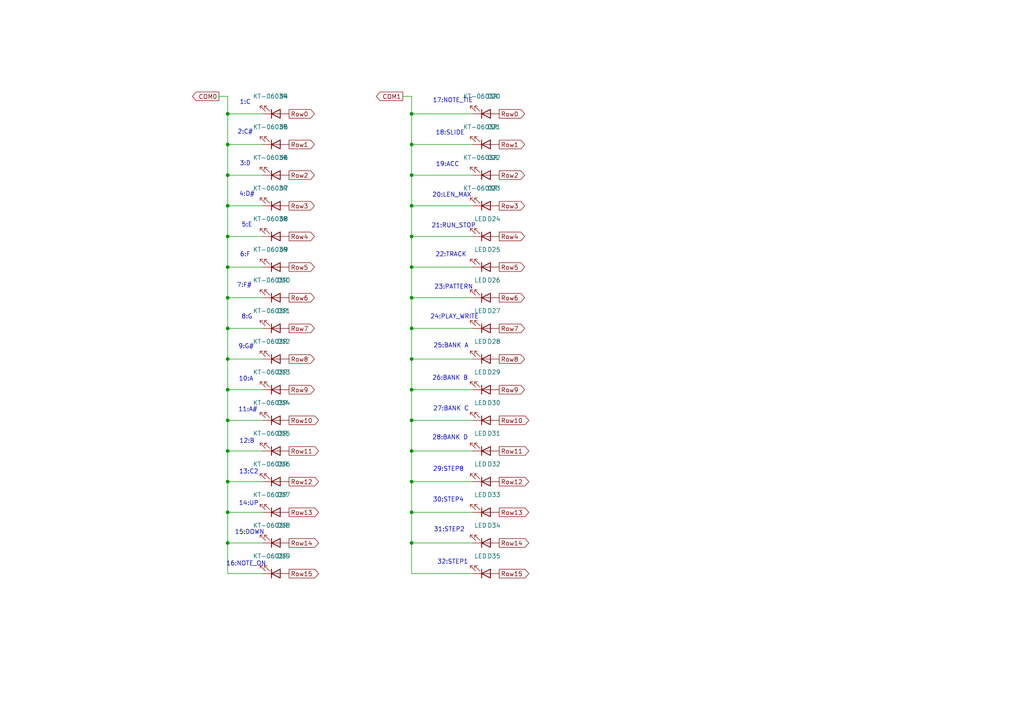
<source format=kicad_sch>
(kicad_sch (version 20231120) (generator "eeschema") (generator_version "8.0")
  (paper "A4")
  (lib_symbols
    (symbol "Device:LED" (pin_numbers hide) (pin_names (offset 1.016) hide)
      (property "Reference" "D" (at 0 2.54 0))
      (property "Value" "LED" (at 0 -2.54 0))
      (symbol "LED_0_1"
        (polyline (pts (xy -1.27 -1.27) (xy -1.27 1.27)) (stroke (width 0.254)))
        (polyline (pts (xy -1.27 0) (xy 1.27 0)))
        (polyline (pts (xy 1.27 -1.27) (xy 1.27 1.27) (xy -1.27 0) (xy 1.27 -1.27)) (stroke (width 0.254)))
        (polyline (pts (xy -3.048 -0.762) (xy -4.572 -2.286) (xy -3.81 -2.286) (xy -4.572 -2.286) (xy -4.572 -1.524)))
        (polyline (pts (xy -1.778 -0.762) (xy -3.302 -2.286) (xy -2.54 -2.286) (xy -3.302 -2.286) (xy -3.302 -1.524)))
      )
      (symbol "LED_1_1"
        (pin passive line (at -3.81 0 0) (length 2.54) (name "K") (number "1"))
        (pin passive line (at 3.81 0 180) (length 2.54) (name "A") (number "2"))
      )
    )
  )
  (junction (at 66.04 148.59))
  (junction (at 119.38 157.48))
  (junction (at 119.38 139.7))
  (junction (at 119.38 104.14))
  (junction (at 119.38 33.02))
  (junction (at 66.04 95.25))
  (junction (at 119.38 113.03))
  (junction (at 119.38 148.59))
  (junction (at 66.04 77.47))
  (junction (at 66.04 33.02))
  (junction (at 119.38 77.47))
  (junction (at 119.38 41.91))
  (junction (at 66.04 104.14))
  (junction (at 119.38 121.92))
  (junction (at 119.38 50.8))
  (junction (at 66.04 50.8))
  (junction (at 119.38 95.25))
  (junction (at 66.04 139.7))
  (junction (at 66.04 41.91))
  (junction (at 66.04 157.48))
  (junction (at 119.38 68.58))
  (junction (at 66.04 113.03))
  (junction (at 119.38 59.69))
  (junction (at 119.38 130.81))
  (junction (at 66.04 68.58))
  (junction (at 66.04 121.92))
  (junction (at 119.38 86.36))
  (junction (at 66.04 130.81))
  (junction (at 66.04 86.36))
  (junction (at 66.04 59.69))
  (wire (pts (xy 119.38 148.59) (xy 119.38 157.48)))
  (wire (pts (xy 119.38 121.92) (xy 137.16 121.92)))
  (wire (pts (xy 119.38 68.58) (xy 119.38 77.47)))
  (wire (pts (xy 119.38 41.91) (xy 119.38 50.8)))
  (wire (pts (xy 63.5 27.94) (xy 66.04 27.94)))
  (wire (pts (xy 119.38 139.7) (xy 119.38 148.59)))
  (wire (pts (xy 119.38 121.92) (xy 119.38 130.81)))
  (wire (pts (xy 66.04 148.59) (xy 66.04 157.48)))
  (wire (pts (xy 119.38 113.03) (xy 119.38 121.92)))
  (wire (pts (xy 76.2 121.92) (xy 66.04 121.92)))
  (wire (pts (xy 119.38 95.25) (xy 119.38 104.14)))
  (wire (pts (xy 119.38 139.7) (xy 137.16 139.7)))
  (wire (pts (xy 66.04 41.91) (xy 66.04 50.8)))
  (wire (pts (xy 76.2 157.48) (xy 66.04 157.48)))
  (wire (pts (xy 119.38 166.37) (xy 137.16 166.37)))
  (wire (pts (xy 66.04 113.03) (xy 66.04 121.92)))
  (wire (pts (xy 76.2 148.59) (xy 66.04 148.59)))
  (wire (pts (xy 119.38 59.69) (xy 119.38 68.58)))
  (wire (pts (xy 119.38 95.25) (xy 137.16 95.25)))
  (wire (pts (xy 76.2 104.14) (xy 66.04 104.14)))
  (wire (pts (xy 66.04 77.47) (xy 66.04 86.36)))
  (wire (pts (xy 66.04 121.92) (xy 66.04 130.81)))
  (wire (pts (xy 66.04 130.81) (xy 66.04 139.7)))
  (wire (pts (xy 119.38 113.03) (xy 137.16 113.03)))
  (wire (pts (xy 76.2 95.25) (xy 66.04 95.25)))
  (wire (pts (xy 66.04 86.36) (xy 66.04 95.25)))
  (wire (pts (xy 119.38 130.81) (xy 119.38 139.7)))
  (wire (pts (xy 76.2 130.81) (xy 66.04 130.81)))
  (wire (pts (xy 76.2 50.8) (xy 66.04 50.8)))
  (wire (pts (xy 119.38 27.94) (xy 119.38 33.02)))
  (wire (pts (xy 76.2 113.03) (xy 66.04 113.03)))
  (wire (pts (xy 119.38 33.02) (xy 119.38 41.91)))
  (wire (pts (xy 119.38 130.81) (xy 137.16 130.81)))
  (wire (pts (xy 66.04 157.48) (xy 66.04 166.37)))
  (wire (pts (xy 66.04 50.8) (xy 66.04 59.69)))
  (wire (pts (xy 119.38 86.36) (xy 137.16 86.36)))
  (wire (pts (xy 76.2 86.36) (xy 66.04 86.36)))
  (wire (pts (xy 66.04 59.69) (xy 66.04 68.58)))
  (wire (pts (xy 119.38 157.48) (xy 119.38 166.37)))
  (wire (pts (xy 119.38 50.8) (xy 119.38 59.69)))
  (wire (pts (xy 76.2 41.91) (xy 66.04 41.91)))
  (wire (pts (xy 76.2 139.7) (xy 66.04 139.7)))
  (wire (pts (xy 119.38 33.02) (xy 137.16 33.02)))
  (wire (pts (xy 76.2 33.02) (xy 66.04 33.02)))
  (wire (pts (xy 119.38 41.91) (xy 137.16 41.91)))
  (wire (pts (xy 119.38 157.48) (xy 137.16 157.48)))
  (wire (pts (xy 76.2 77.47) (xy 66.04 77.47)))
  (wire (pts (xy 119.38 77.47) (xy 137.16 77.47)))
  (wire (pts (xy 119.38 59.69) (xy 137.16 59.69)))
  (wire (pts (xy 76.2 59.69) (xy 66.04 59.69)))
  (wire (pts (xy 119.38 104.14) (xy 137.16 104.14)))
  (wire (pts (xy 119.38 77.47) (xy 119.38 86.36)))
  (wire (pts (xy 119.38 68.58) (xy 137.16 68.58)))
  (wire (pts (xy 66.04 27.94) (xy 66.04 33.02)))
  (wire (pts (xy 119.38 148.59) (xy 137.16 148.59)))
  (wire (pts (xy 66.04 95.25) (xy 66.04 104.14)))
  (wire (pts (xy 119.38 86.36) (xy 119.38 95.25)))
  (wire (pts (xy 119.38 50.8) (xy 137.16 50.8)))
  (wire (pts (xy 119.38 104.14) (xy 119.38 113.03)))
  (wire (pts (xy 66.04 104.14) (xy 66.04 113.03)))
  (wire (pts (xy 76.2 68.58) (xy 66.04 68.58)))
  (wire (pts (xy 76.2 166.37) (xy 66.04 166.37)))
  (wire (pts (xy 66.04 33.02) (xy 66.04 41.91)))
  (wire (pts (xy 66.04 139.7) (xy 66.04 148.59)))
  (wire (pts (xy 116.84 27.94) (xy 119.38 27.94)))
  (wire (pts (xy 66.04 68.58) (xy 66.04 77.47)))
  (text "14:UP" (at 72.136 146.05 0) (effects (font (size 1.27 1.27))))
  (text "18:SLIDE" (at 130.556 38.608 0) (effects (font (size 1.27 1.27))))
  (text "31:STEP2" (at 130.302 153.67 0) (effects (font (size 1.27 1.27))))
  (text "3:D" (at 71.12 47.498 0) (effects (font (size 1.27 1.27))))
  (text "28:BANK D" (at 130.556 127 0) (effects (font (size 1.27 1.27))))
  (text "13:C2" (at 72.136 136.906 0) (effects (font (size 1.27 1.27))))
  (text "32:STEP1" (at 131.318 163.068 0) (effects (font (size 1.27 1.27))))
  (text "21:RUN_STOP" (at 131.572 65.532 0) (effects (font (size 1.27 1.27))))
  (text "25:BANK A" (at 130.81 100.33 0) (effects (font (size 1.27 1.27))))
  (text "6:F\n" (at 71.12 73.914 0) (effects (font (size 1.27 1.27))))
  (text "15:DOWN" (at 72.39 154.432 0) (effects (font (size 1.27 1.27))))
  (text "30:STEP4" (at 130.048 145.034 0) (effects (font (size 1.27 1.27))))
  (text "22:TRACK" (at 130.81 73.914 0) (effects (font (size 1.27 1.27))))
  (text "11:A#" (at 71.882 118.872 0) (effects (font (size 1.27 1.27))))
  (text "5:E" (at 71.628 65.278 0) (effects (font (size 1.27 1.27))))
  (text "19:ACC" (at 129.794 47.752 0) (effects (font (size 1.27 1.27))))
  (text "17:NOTE_TIE" (at 131.318 29.21 0) (effects (font (size 1.27 1.27))))
  (text "20:LEN_MAX" (at 131.064 56.642 0) (effects (font (size 1.27 1.27))))
  (text "10:A" (at 71.374 109.982 0) (effects (font (size 1.27 1.27))))
  (text "29:STEP8" (at 130.048 136.144 0) (effects (font (size 1.27 1.27))))
  (text "12:B" (at 71.628 128.016 0) (effects (font (size 1.27 1.27))))
  (text "8:G" (at 71.628 91.948 0) (effects (font (size 1.27 1.27))))
  (text "4:D#" (at 71.628 56.388 0) (effects (font (size 1.27 1.27))))
  (text "26:BANK B" (at 130.556 109.728 0) (effects (font (size 1.27 1.27))))
  (text "9:G#" (at 71.374 100.584 0) (effects (font (size 1.27 1.27))))
  (text "2:C#" (at 71.12 38.354 0) (effects (font (size 1.27 1.27))))
  (text "1:C" (at 71.12 29.718 0) (effects (font (size 1.27 1.27))))
  (text "7:F#\n" (at 70.866 82.804 0) (effects (font (size 1.27 1.27))))
  (text "27:BANK C" (at 130.81 118.618 0) (effects (font (size 1.27 1.27))))
  (text "16:NOTE_ON" (at 71.374 163.576 0) (effects (font (size 1.27 1.27))))
  (text "24:PLAY_WRITE" (at 131.826 91.948 0) (effects (font (size 1.27 1.27))))
  (text "23:PATTERN" (at 131.572 83.312 0) (effects (font (size 1.27 1.27))))
  (global_label "Row0" (shape output) (at 83.82 33.02 0) (property "Intersheetrefs" "${INTERSHEET_REFS}" (effects (hide yes))))
  (global_label "Row2" (shape output) (at 144.78 50.8 0) (property "Intersheetrefs" "${INTERSHEET_REFS}" (effects (hide yes))))
  (global_label "Row2" (shape output) (at 83.82 50.8 0) (property "Intersheetrefs" "${INTERSHEET_REFS}" (effects (hide yes))))
  (global_label "Row3" (shape output) (at 144.78 59.69 0) (property "Intersheetrefs" "${INTERSHEET_REFS}" (effects (hide yes))))
  (global_label "Row5" (shape output) (at 83.82 77.47 0) (property "Intersheetrefs" "${INTERSHEET_REFS}" (effects (hide yes))))
  (global_label "Row6" (shape output) (at 83.82 86.36 0) (property "Intersheetrefs" "${INTERSHEET_REFS}" (effects (hide yes))))
  (global_label "Row14" (shape output) (at 144.78 157.48 0) (property "Intersheetrefs" "${INTERSHEET_REFS}" (effects (hide yes))))
  (global_label "Row8" (shape output) (at 83.82 104.14 0) (property "Intersheetrefs" "${INTERSHEET_REFS}" (effects (hide yes))))
  (global_label "Row7" (shape output) (at 83.82 95.25 0) (property "Intersheetrefs" "${INTERSHEET_REFS}" (effects (hide yes))))
  (global_label "Row13" (shape output) (at 83.82 148.59 0) (property "Intersheetrefs" "${INTERSHEET_REFS}" (effects (hide yes))))
  (global_label "Row1" (shape output) (at 144.78 41.91 0) (property "Intersheetrefs" "${INTERSHEET_REFS}" (effects (hide yes))))
  (global_label "Row11" (shape output) (at 83.82 130.81 0) (property "Intersheetrefs" "${INTERSHEET_REFS}" (effects (hide yes))))
  (global_label "Row9" (shape output) (at 144.78 113.03 0) (property "Intersheetrefs" "${INTERSHEET_REFS}" (effects (hide yes))))
  (global_label "Row14" (shape output) (at 83.82 157.48 0) (property "Intersheetrefs" "${INTERSHEET_REFS}" (effects (hide yes))))
  (global_label "Row7" (shape output) (at 144.78 95.25 0) (property "Intersheetrefs" "${INTERSHEET_REFS}" (effects (hide yes))))
  (global_label "Row0" (shape output) (at 144.78 33.02 0) (property "Intersheetrefs" "${INTERSHEET_REFS}" (effects (hide yes))))
  (global_label "Row15" (shape output) (at 83.82 166.37 0) (property "Intersheetrefs" "${INTERSHEET_REFS}" (effects (hide yes))))
  (global_label "Row10" (shape output) (at 83.82 121.92 0) (property "Intersheetrefs" "${INTERSHEET_REFS}" (effects (hide yes))))
  (global_label "Row9" (shape output) (at 83.82 113.03 0) (property "Intersheetrefs" "${INTERSHEET_REFS}" (effects (hide yes))))
  (global_label "Row12" (shape output) (at 144.78 139.7 0) (property "Intersheetrefs" "${INTERSHEET_REFS}" (effects (hide yes))))
  (global_label "COM1" (shape output) (at 116.84 27.94 180) (property "Intersheetrefs" "${INTERSHEET_REFS}" (effects (hide yes))))
  (global_label "Row6" (shape output) (at 144.78 86.36 0) (property "Intersheetrefs" "${INTERSHEET_REFS}" (effects (hide yes))))
  (global_label "Row15" (shape output) (at 144.78 166.37 0) (property "Intersheetrefs" "${INTERSHEET_REFS}" (effects (hide yes))))
  (global_label "Row4" (shape output) (at 83.82 68.58 0) (property "Intersheetrefs" "${INTERSHEET_REFS}" (effects (hide yes))))
  (global_label "Row8" (shape output) (at 144.78 104.14 0) (property "Intersheetrefs" "${INTERSHEET_REFS}" (effects (hide yes))))
  (global_label "Row10" (shape output) (at 144.78 121.92 0) (property "Intersheetrefs" "${INTERSHEET_REFS}" (effects (hide yes))))
  (global_label "Row11" (shape output) (at 144.78 130.81 0) (property "Intersheetrefs" "${INTERSHEET_REFS}" (effects (hide yes))))
  (global_label "Row5" (shape output) (at 144.78 77.47 0) (property "Intersheetrefs" "${INTERSHEET_REFS}" (effects (hide yes))))
  (global_label "Row1" (shape output) (at 83.82 41.91 0) (property "Intersheetrefs" "${INTERSHEET_REFS}" (effects (hide yes))))
  (global_label "Row12" (shape output) (at 83.82 139.7 0) (property "Intersheetrefs" "${INTERSHEET_REFS}" (effects (hide yes))))
  (global_label "Row3" (shape output) (at 83.82 59.69 0) (property "Intersheetrefs" "${INTERSHEET_REFS}" (effects (hide yes))))
  (global_label "Row13" (shape output) (at 144.78 148.59 0) (property "Intersheetrefs" "${INTERSHEET_REFS}" (effects (hide yes))))
  (global_label "Row4" (shape output) (at 144.78 68.58 0) (property "Intersheetrefs" "${INTERSHEET_REFS}" (effects (hide yes))))
  (global_label "COM0" (shape output) (at 63.5 27.94 180) (property "Intersheetrefs" "${INTERSHEET_REFS}" (effects (hide yes))))
  (symbol (lib_id "Device:LED") (at 140.97 104.14 0) (mirror x) (unit 1)
    (property "Reference" "D28" (at 143.256 99.06 0))
    (property "Value" "LED" (at 139.3825 99.06 0))
    (property "Footprint" "LED_SMD:LED_0603_1608Metric_Pad1.05x0.95mm_HandSolder" (effects (hide yes)))
    (property "Description" "Light emitting diode" (effects (hide yes)))
  )
  (symbol (lib_id "Device:LED") (at 80.01 139.7 0) (mirror x) (unit 1)
    (property "Reference" "D16" (at 82.296 134.62 0))
    (property "Value" "KT-0603R" (at 78.4225 134.62 0))
    (property "Footprint" "LED_SMD:LED_0603_1608Metric_Pad1.05x0.95mm_HandSolder" (effects (hide yes)))
    (property "Description" "Light emitting diode" (effects (hide yes)))
  )
  (symbol (lib_id "Device:LED") (at 140.97 148.59 0) (mirror x) (unit 1)
    (property "Reference" "D33" (at 143.256 143.51 0))
    (property "Value" "LED" (at 139.3825 143.51 0))
    (property "Footprint" "LED_SMD:LED_0603_1608Metric_Pad1.05x0.95mm_HandSolder" (effects (hide yes)))
    (property "Description" "Light emitting diode" (effects (hide yes)))
  )
  (symbol (lib_id "Device:LED") (at 80.01 166.37 0) (mirror x) (unit 1)
    (property "Reference" "D19" (at 82.296 161.29 0))
    (property "Value" "KT-0603R" (at 78.4225 161.29 0))
    (property "Footprint" "LED_SMD:LED_0603_1608Metric_Pad1.05x0.95mm_HandSolder" (effects (hide yes)))
    (property "Description" "Light emitting diode" (effects (hide yes)))
  )
  (symbol (lib_id "Device:LED") (at 80.01 157.48 0) (mirror x) (unit 1)
    (property "Reference" "D18" (at 82.296 152.4 0))
    (property "Value" "KT-0603R" (at 78.4225 152.4 0))
    (property "Footprint" "LED_SMD:LED_0603_1608Metric_Pad1.05x0.95mm_HandSolder" (effects (hide yes)))
    (property "Description" "Light emitting diode" (effects (hide yes)))
  )
  (symbol (lib_id "Device:LED") (at 80.01 113.03 0) (mirror x) (unit 1)
    (property "Reference" "D13" (at 82.296 107.95 0))
    (property "Value" "KT-0603R" (at 78.4225 107.95 0))
    (property "Footprint" "LED_SMD:LED_0603_1608Metric_Pad1.05x0.95mm_HandSolder" (effects (hide yes)))
    (property "Description" "Light emitting diode" (effects (hide yes)))
  )
  (symbol (lib_id "Device:LED") (at 140.97 59.69 0) (mirror x) (unit 1)
    (property "Reference" "D23" (at 143.256 54.61 0))
    (property "Value" "KT-0603R" (at 139.3825 54.61 0))
    (property "Footprint" "LED_SMD:LED_0603_1608Metric_Pad1.05x0.95mm_HandSolder" (effects (hide yes)))
    (property "Description" "Light emitting diode" (effects (hide yes)))
  )
  (symbol (lib_id "Device:LED") (at 140.97 157.48 0) (mirror x) (unit 1)
    (property "Reference" "D34" (at 143.256 152.4 0))
    (property "Value" "LED" (at 139.3825 152.4 0))
    (property "Footprint" "LED_SMD:LED_0603_1608Metric_Pad1.05x0.95mm_HandSolder" (effects (hide yes)))
    (property "Description" "Light emitting diode" (effects (hide yes)))
  )
  (symbol (lib_id "Device:LED") (at 140.97 130.81 0) (mirror x) (unit 1)
    (property "Reference" "D31" (at 143.256 125.73 0))
    (property "Value" "LED" (at 139.3825 125.73 0))
    (property "Footprint" "LED_SMD:LED_0603_1608Metric_Pad1.05x0.95mm_HandSolder" (effects (hide yes)))
    (property "Description" "Light emitting diode" (effects (hide yes)))
  )
  (symbol (lib_id "Device:LED") (at 80.01 104.14 0) (mirror x) (unit 1)
    (property "Reference" "D12" (at 82.296 99.06 0))
    (property "Value" "KT-0603R" (at 78.4225 99.06 0))
    (property "Footprint" "LED_SMD:LED_0603_1608Metric_Pad1.05x0.95mm_HandSolder" (effects (hide yes)))
    (property "Description" "Light emitting diode" (effects (hide yes)))
  )
  (symbol (lib_id "Device:LED") (at 140.97 113.03 0) (mirror x) (unit 1)
    (property "Reference" "D29" (at 143.256 107.95 0))
    (property "Value" "LED" (at 139.3825 107.95 0))
    (property "Footprint" "LED_SMD:LED_0603_1608Metric_Pad1.05x0.95mm_HandSolder" (effects (hide yes)))
    (property "Description" "Light emitting diode" (effects (hide yes)))
  )
  (symbol (lib_id "Device:LED") (at 80.01 41.91 0) (mirror x) (unit 1)
    (property "Reference" "D5" (at 82.296 36.83 0))
    (property "Value" "KT-0603R" (at 78.4225 36.83 0))
    (property "Footprint" "LED_SMD:LED_0603_1608Metric_Pad1.05x0.95mm_HandSolder" (effects (hide yes)))
    (property "Description" "Light emitting diode" (effects (hide yes)))
  )
  (symbol (lib_id "Device:LED") (at 80.01 68.58 0) (mirror x) (unit 1)
    (property "Reference" "D8" (at 82.296 63.5 0))
    (property "Value" "KT-0603R" (at 78.4225 63.5 0))
    (property "Footprint" "LED_SMD:LED_0603_1608Metric_Pad1.05x0.95mm_HandSolder" (effects (hide yes)))
    (property "Description" "Light emitting diode" (effects (hide yes)))
  )
  (symbol (lib_id "Device:LED") (at 80.01 95.25 0) (mirror x) (unit 1)
    (property "Reference" "D11" (at 82.296 90.17 0))
    (property "Value" "KT-0603R" (at 78.4225 90.17 0))
    (property "Footprint" "LED_SMD:LED_0603_1608Metric_Pad1.05x0.95mm_HandSolder" (effects (hide yes)))
    (property "Description" "Light emitting diode" (effects (hide yes)))
  )
  (symbol (lib_id "Device:LED") (at 140.97 86.36 0) (mirror x) (unit 1)
    (property "Reference" "D26" (at 143.256 81.28 0))
    (property "Value" "LED" (at 139.3825 81.28 0))
    (property "Footprint" "LED_SMD:LED_0603_1608Metric_Pad1.05x0.95mm_HandSolder" (effects (hide yes)))
    (property "Description" "Light emitting diode" (effects (hide yes)))
  )
  (symbol (lib_id "Device:LED") (at 80.01 86.36 0) (mirror x) (unit 1)
    (property "Reference" "D10" (at 82.296 81.28 0))
    (property "Value" "KT-0603R" (at 78.4225 81.28 0))
    (property "Footprint" "LED_SMD:LED_0603_1608Metric_Pad1.05x0.95mm_HandSolder" (effects (hide yes)))
    (property "Description" "Light emitting diode" (effects (hide yes)))
  )
  (symbol (lib_id "Device:LED") (at 140.97 68.58 0) (mirror x) (unit 1)
    (property "Reference" "D24" (at 143.256 63.5 0))
    (property "Value" "LED" (at 139.3825 63.5 0))
    (property "Footprint" "LED_SMD:LED_0603_1608Metric_Pad1.05x0.95mm_HandSolder" (effects (hide yes)))
    (property "Description" "Light emitting diode" (effects (hide yes)))
  )
  (symbol (lib_id "Device:LED") (at 140.97 50.8 0) (mirror x) (unit 1)
    (property "Reference" "D22" (at 143.256 45.72 0))
    (property "Value" "KT-0603R" (at 139.3825 45.72 0))
    (property "Footprint" "LED_SMD:LED_0603_1608Metric_Pad1.05x0.95mm_HandSolder" (effects (hide yes)))
    (property "Description" "Light emitting diode" (effects (hide yes)))
  )
  (symbol (lib_id "Device:LED") (at 140.97 166.37 0) (mirror x) (unit 1)
    (property "Reference" "D35" (at 143.256 161.29 0))
    (property "Value" "LED" (at 139.3825 161.29 0))
    (property "Footprint" "LED_SMD:LED_0603_1608Metric_Pad1.05x0.95mm_HandSolder" (effects (hide yes)))
    (property "Description" "Light emitting diode" (effects (hide yes)))
  )
  (symbol (lib_id "Device:LED") (at 80.01 148.59 0) (mirror x) (unit 1)
    (property "Reference" "D17" (at 82.296 143.51 0))
    (property "Value" "KT-0603R" (at 78.4225 143.51 0))
    (property "Footprint" "LED_SMD:LED_0603_1608Metric_Pad1.05x0.95mm_HandSolder" (effects (hide yes)))
    (property "Description" "Light emitting diode" (effects (hide yes)))
  )
  (symbol (lib_id "Device:LED") (at 80.01 33.02 0) (mirror x) (unit 1)
    (property "Reference" "D4" (at 82.296 27.94 0))
    (property "Value" "KT-0603R" (at 78.4225 27.94 0))
    (property "Footprint" "LED_SMD:LED_0603_1608Metric_Pad1.05x0.95mm_HandSolder" (effects (hide yes)))
    (property "Description" "Light emitting diode" (effects (hide yes)))
  )
  (symbol (lib_id "Device:LED") (at 140.97 121.92 0) (mirror x) (unit 1)
    (property "Reference" "D30" (at 143.256 116.84 0))
    (property "Value" "LED" (at 139.3825 116.84 0))
    (property "Footprint" "LED_SMD:LED_0603_1608Metric_Pad1.05x0.95mm_HandSolder" (effects (hide yes)))
    (property "Description" "Light emitting diode" (effects (hide yes)))
  )
  (symbol (lib_id "Device:LED") (at 80.01 59.69 0) (mirror x) (unit 1)
    (property "Reference" "D7" (at 82.296 54.61 0))
    (property "Value" "KT-0603R" (at 78.4225 54.61 0))
    (property "Footprint" "LED_SMD:LED_0603_1608Metric_Pad1.05x0.95mm_HandSolder" (effects (hide yes)))
    (property "Description" "Light emitting diode" (effects (hide yes)))
  )
  (symbol (lib_id "Device:LED") (at 140.97 77.47 0) (mirror x) (unit 1)
    (property "Reference" "D25" (at 143.256 72.39 0))
    (property "Value" "LED" (at 139.3825 72.39 0))
    (property "Footprint" "LED_SMD:LED_0603_1608Metric_Pad1.05x0.95mm_HandSolder" (effects (hide yes)))
    (property "Description" "Light emitting diode" (effects (hide yes)))
  )
  (symbol (lib_id "Device:LED") (at 80.01 130.81 0) (mirror x) (unit 1)
    (property "Reference" "D15" (at 82.296 125.73 0))
    (property "Value" "KT-0603R" (at 78.4225 125.73 0))
    (property "Footprint" "LED_SMD:LED_0603_1608Metric_Pad1.05x0.95mm_HandSolder" (effects (hide yes)))
    (property "Description" "Light emitting diode" (effects (hide yes)))
  )
  (symbol (lib_id "Device:LED") (at 140.97 95.25 0) (mirror x) (unit 1)
    (property "Reference" "D27" (at 143.256 90.17 0))
    (property "Value" "LED" (at 139.3825 90.17 0))
    (property "Footprint" "LED_SMD:LED_0603_1608Metric_Pad1.05x0.95mm_HandSolder" (effects (hide yes)))
    (property "Description" "Light emitting diode" (effects (hide yes)))
  )
  (symbol (lib_id "Device:LED") (at 80.01 121.92 0) (mirror x) (unit 1)
    (property "Reference" "D14" (at 82.296 116.84 0))
    (property "Value" "KT-0603R" (at 78.4225 116.84 0))
    (property "Footprint" "LED_SMD:LED_0603_1608Metric_Pad1.05x0.95mm_HandSolder" (effects (hide yes)))
    (property "Description" "Light emitting diode" (effects (hide yes)))
  )
  (symbol (lib_id "Device:LED") (at 140.97 139.7 0) (mirror x) (unit 1)
    (property "Reference" "D32" (at 143.256 134.62 0))
    (property "Value" "LED" (at 139.3825 134.62 0))
    (property "Footprint" "LED_SMD:LED_0603_1608Metric_Pad1.05x0.95mm_HandSolder" (effects (hide yes)))
    (property "Description" "Light emitting diode" (effects (hide yes)))
  )
  (symbol (lib_id "Device:LED") (at 80.01 50.8 0) (mirror x) (unit 1)
    (property "Reference" "D6" (at 82.296 45.72 0))
    (property "Value" "KT-0603R" (at 78.4225 45.72 0))
    (property "Footprint" "LED_SMD:LED_0603_1608Metric_Pad1.05x0.95mm_HandSolder" (effects (hide yes)))
    (property "Description" "Light emitting diode" (effects (hide yes)))
  )
  (symbol (lib_id "Device:LED") (at 140.97 41.91 0) (mirror x) (unit 1)
    (property "Reference" "D21" (at 143.256 36.83 0))
    (property "Value" "KT-0603R" (at 139.3825 36.83 0))
    (property "Footprint" "LED_SMD:LED_0603_1608Metric_Pad1.05x0.95mm_HandSolder" (effects (hide yes)))
    (property "Description" "Light emitting diode" (effects (hide yes)))
  )
  (symbol (lib_id "Device:LED") (at 140.97 33.02 0) (mirror x) (unit 1)
    (property "Reference" "D20" (at 143.256 27.94 0))
    (property "Value" "KT-0603R" (at 139.3825 27.94 0))
    (property "Footprint" "LED_SMD:LED_0603_1608Metric_Pad1.05x0.95mm_HandSolder" (effects (hide yes)))
    (property "Description" "Light emitting diode" (effects (hide yes)))
  )
  (symbol (lib_id "Device:LED") (at 80.01 77.47 0) (mirror x) (unit 1)
    (property "Reference" "D9" (at 82.296 72.39 0))
    (property "Value" "KT-0603R" (at 78.4225 72.39 0))
    (property "Footprint" "LED_SMD:LED_0603_1608Metric_Pad1.05x0.95mm_HandSolder" (effects (hide yes)))
    (property "Description" "Light emitting diode" (effects (hide yes)))
  )
)
</source>
